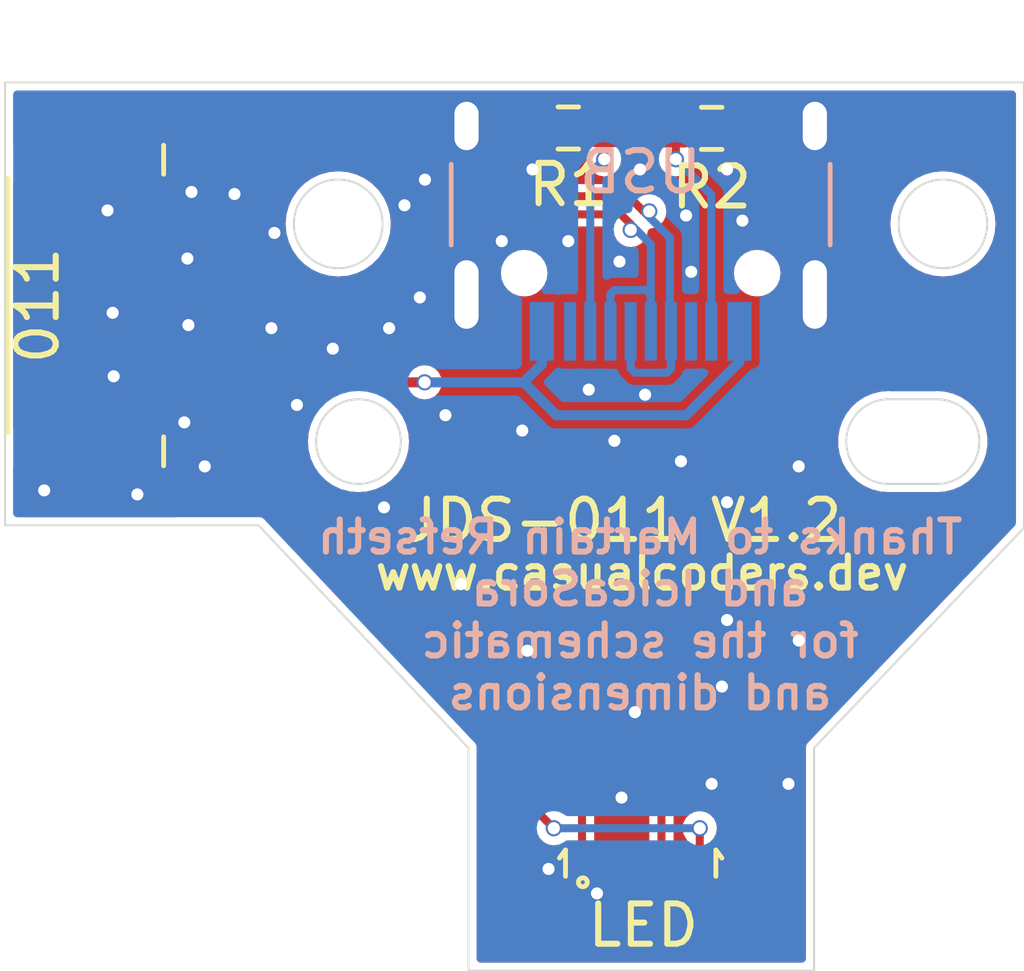
<source format=kicad_pcb>
(kicad_pcb (version 20211014) (generator pcbnew)
  (layers (0 "F.Cu" signal) (31 "B.Cu" signal) (34 "B.Paste" user) (35 "F.Paste" user) (36 "B.SilkS" user "B.Silkscreen") (37 "F.SilkS" user "F.Silkscreen") (38 "B.Mask" user) (39 "F.Mask" user) (44 "Edge.Cuts" user))
  (net 0 "")
  (net 1 "GND")
  (net 2 "Net-(J1-PadB5)")
  (net 3 "Net-(J1-PadA8)")
  (net 4 "Net-(J1-PadA5)")
  (net 5 "Net-(J1-PadB8)")
  (net 6 "/d-")
  (net 7 "/d+")
  (net 8 "VCC")
  (net 9 "/B")
  (net 10 "/R")
  (net 11 "/G")
  (net 12 "/Annode")
  (footprint "Resistor_SMD:R_0603_1608Metric_Pad0.98x0.95mm_HandSolder" (layer "F.Cu") (at 121.666 54.48 180)
    (fp_text reference "R2" (at 0 -1.4591) (layer "F.SilkS"))
    (fp_text value "5.1k")
    (fp_line (start -0.254724 0.5225) (end 0.254724 0.5225) (layer "F.SilkS") (width 0.12))
    (fp_line (start -0.254724 -0.5225) (end 0.254724 -0.5225) (layer "F.SilkS") (width 0.12))
    (pad "1" smd roundrect locked (at -0.9125 0 180) (size 0.975 0.95) (layers "F.Cu" "F.Paste" "F.Mask") (net 1 "GND"))
    (pad "2" smd roundrect locked (at 0.9125 0 180) (size 0.975 0.95) (layers "F.Cu" "F.Paste" "F.Mask") (net 2 "Net-(J1-PadB5)"))
  )
  (footprint "Resistor_SMD:R_0603_1608Metric_Pad0.98x0.95mm_HandSolder" (layer "F.Cu") (at 118.11 54.4709)
    (fp_text reference "R1" (at 0 1.4091) (layer "F.SilkS"))
    (fp_text value "5.1k")
    (fp_line (start -0.254724 -0.5225) (end 0.254724 -0.5225) (layer "F.SilkS") (width 0.12))
    (fp_line (start -0.254724 0.5225) (end 0.254724 0.5225) (layer "F.SilkS") (width 0.12))
    (pad "1" smd roundrect locked (at -0.9125 0) (size 0.975 0.95) (layers "F.Cu" "F.Paste" "F.Mask") (net 1 "GND"))
    (pad "2" smd roundrect locked (at 0.9125 0) (size 0.975 0.95) (layers "F.Cu" "F.Paste" "F.Mask") (net 4 "Net-(J1-PadA5)"))
  )
  (footprint "Molex 5034801200:503480-1200" (layer "F.Cu") (at 106.1418 58.874599 -90)
    (fp_text reference "011" (at 0 1.2017 -90) (layer "F.SilkS"))
    (fp_text value "Conn_01x12" hide)
    (fp_line (start -3.257345 -1.9304) (end -3.9751 -1.9304) (layer "F.SilkS") (width 0.12))
    (fp_line (start 3.9751 -1.9304) (end 3.257345 -1.9304) (layer "F.SilkS") (width 0.12))
    (fp_line (start -3.1585 1.9304) (end 3.1585 1.9304) (layer "F.SilkS") (width 0.12))
    (pad "1" smd rect locked (at -2.75 -1.5034 270) (size 0.3556 0.762) (layers "F.Cu" "F.Paste" "F.Mask") (net 1 "GND"))
    (pad "2" smd rect locked (at -2.250001 -1.5034 270) (size 0.3556 0.762) (layers "F.Cu" "F.Paste" "F.Mask") (net 7 "/d+"))
    (pad "3" smd rect locked (at -1.749999 -1.5034 270) (size 0.3556 0.762) (layers "F.Cu" "F.Paste" "F.Mask") (net 6 "/d-"))
    (pad "4" smd rect locked (at -1.25 -1.5034 270) (size 0.3556 0.762) (layers "F.Cu" "F.Paste" "F.Mask") (net 1 "GND"))
    (pad "5" smd rect locked (at -0.750001 -1.5034 270) (size 0.3556 0.762) (layers "F.Cu" "F.Paste" "F.Mask") (net 8 "VCC"))
    (pad "6" smd rect locked (at -0.25 -1.5034 270) (size 0.3556 0.762) (layers "F.Cu" "F.Paste" "F.Mask") (net 8 "VCC"))
    (pad "7" smd rect locked (at 0.25 -1.5034 270) (size 0.3556 0.762) (layers "F.Cu" "F.Paste" "F.Mask") (net 1 "GND"))
    (pad "8" smd rect locked (at 0.750001 -1.5034 270) (size 0.3556 0.762) (layers "F.Cu" "F.Paste" "F.Mask") (net 12 "/Annode"))
    (pad "9" smd rect locked (at 1.25 -1.5034 270) (size 0.3556 0.762) (layers "F.Cu" "F.Paste" "F.Mask") (net 11 "/G"))
    (pad "10" smd rect locked (at 1.749999 -1.5034 270) (size 0.3556 0.762) (layers "F.Cu" "F.Paste" "F.Mask") (net 10 "/R"))
    (pad "11" smd rect locked (at 2.250001 -1.5034 270) (size 0.3556 0.762) (layers "F.Cu" "F.Paste" "F.Mask") (net 9 "/B"))
    (pad "12" smd rect locked (at 2.75 -1.5034 270) (size 0.3556 0.762) (layers "F.Cu" "F.Paste" "F.Mask") (net 1 "GND"))
    (pad "13" smd rect locked (at -3.540001 1.1466 270) (size 0.3556 1.0414) (layers "F.Cu" "F.Paste" "F.Mask"))
    (pad "14" smd rect locked (at 3.540001 1.1466 270) (size 0.3556 1.0414) (layers "F.Cu" "F.Paste" "F.Mask"))
  )
  (footprint "New_LED:FM-3510RGBA-SG" (layer "F.Cu") (at 119.97 72.83)
    (fp_text reference "LED" (at 0 1.42) (layer "F.SilkS"))
    (fp_text value "LED_RAGB")
    (fp_line (start 1.8 -0.45) (end 1.95 -0.25) (layer "F.SilkS") (width 0.12))
    (fp_line (start 1.8 0.2) (end 1.8 -0.45) (layer "F.SilkS") (width 0.12))
    (fp_line (start -1.93 0.2) (end -1.93 -0.45) (layer "F.SilkS") (width 0.12))
    (fp_line (start -1.93 -0.45) (end -2.08 -0.25) (layer "F.SilkS") (width 0.12))
    (fp_circle (center -1.5 0.35) (end -1.45 0.35) (layer "F.SilkS") (width 0.12) (fill none))
    (pad "1" smd rect locked (at -1.52 -0.085) (size 0.6 0.5) (layers "F.Cu" "F.Paste" "F.Mask") (net 10 "/R"))
    (pad "2" smd rect locked (at -0.45 0.04) (size 0.44 0.75) (layers "F.Cu" "F.Paste" "F.Mask") (net 12 "/Annode"))
    (pad "3" smd rect locked (at 0.45 0.04) (size 0.44 0.75) (layers "F.Cu" "F.Paste" "F.Mask") (net 11 "/G"))
    (pad "4" smd rect locked (at 1.4 -0.085) (size 0.6 0.5) (layers "F.Cu" "F.Paste" "F.Mask") (net 9 "/B"))
  )
  (footprint "Connector_USB:USB_C_Receptacle_HRO_TYPE-C-31-M-12" (layer "B.Cu") (at 119.9049 55.4709)
    (fp_text reference "USB" (at -0.0042 0.0916) (layer "B.SilkS") (effects (justify mirror)))
    (fp_text value "USB_C_Receptacle_USB2.0" hide)
    (fp_line (start 4.7 1.9) (end 4.7 -0.1) (layer "B.SilkS") (width 0.12))
    (fp_line (start -4.7 1.9) (end -4.7 -0.1) (layer "B.SilkS") (width 0.12))
    (pad "" np_thru_hole circle locked (at -2.89 2.6) (size 0.65 0.65) (drill 0.65) (layers *.Cu *.Mask))
    (pad "" np_thru_hole circle locked (at 2.89 2.6) (size 0.65 0.65) (drill 0.65) (layers *.Cu *.Mask))
    (pad "A1" smd rect locked (at -3.25 4.045) (size 0.6 1.45) (layers "B.Cu" "B.Paste" "B.Mask") (net 1 "GND"))
    (pad "A4" smd rect locked (at -2.45 4.045) (size 0.6 1.45) (layers "B.Cu" "B.Paste" "B.Mask") (net 8 "VCC"))
    (pad "A5" smd rect locked (at -1.25 4.045) (size 0.3 1.45) (layers "B.Cu" "B.Paste" "B.Mask") (net 4 "Net-(J1-PadA5)"))
    (pad "A6" smd rect locked (at -0.25 4.045) (size 0.3 1.45) (layers "B.Cu" "B.Paste" "B.Mask") (net 7 "/d+"))
    (pad "A7" smd rect locked (at 0.25 4.045) (size 0.3 1.45) (layers "B.Cu" "B.Paste" "B.Mask") (net 6 "/d-"))
    (pad "A8" smd rect locked (at 1.25 4.045) (size 0.3 1.45) (layers "B.Cu" "B.Paste" "B.Mask") (net 3 "Net-(J1-PadA8)"))
    (pad "A9" smd rect locked (at 2.45 4.045) (size 0.6 1.45) (layers "B.Cu" "B.Paste" "B.Mask") (net 8 "VCC"))
    (pad "A12" smd rect locked (at 3.25 4.045) (size 0.6 1.45) (layers "B.Cu" "B.Paste" "B.Mask") (net 1 "GND"))
    (pad "B1" smd rect locked (at 3.25 4.045) (size 0.6 1.45) (layers "B.Cu" "B.Paste" "B.Mask") (net 1 "GND"))
    (pad "B4" smd rect locked (at 2.45 4.045) (size 0.6 1.45) (layers "B.Cu" "B.Paste" "B.Mask") (net 8 "VCC"))
    (pad "B5" smd rect locked (at 1.75 4.045) (size 0.3 1.45) (layers "B.Cu" "B.Paste" "B.Mask") (net 2 "Net-(J1-PadB5)"))
    (pad "B6" smd rect locked (at 0.75 4.045) (size 0.3 1.45) (layers "B.Cu" "B.Paste" "B.Mask") (net 7 "/d+"))
    (pad "B7" smd rect locked (at -0.75 4.045) (size 0.3 1.45) (layers "B.Cu" "B.Paste" "B.Mask") (net 6 "/d-"))
    (pad "B8" smd rect locked (at -1.75 4.045) (size 0.3 1.45) (layers "B.Cu" "B.Paste" "B.Mask") (net 5 "Net-(J1-PadB8)"))
    (pad "B9" smd rect locked (at -2.45 4.045) (size 0.6 1.45) (layers "B.Cu" "B.Paste" "B.Mask") (net 8 "VCC"))
    (pad "B12" smd rect locked (at -3.25 4.045) (size 0.6 1.45) (layers "B.Cu" "B.Paste" "B.Mask") (net 1 "GND"))
    (pad "S1" thru_hole oval locked (at -4.32 3.13) (size 1 2.1) (drill oval 0.6 1.7) (layers *.Cu *.Mask) (net 1 "GND"))
    (pad "S1" thru_hole oval locked (at 4.32 -1.05) (size 1 1.6) (drill oval 0.6 1.2) (layers *.Cu *.Mask) (net 1 "GND"))
    (pad "S1" thru_hole oval locked (at -4.32 -1.05) (size 1 1.6) (drill oval 0.6 1.2) (layers *.Cu *.Mask) (net 1 "GND"))
    (pad "S1" thru_hole oval locked (at 4.32 3.13) (size 1 2.1) (drill oval 0.6 1.7) (layers *.Cu *.Mask) (net 1 "GND"))
  )
  (gr_line (start 129.413 64.389) (end 129.413 53.34) (layer "Edge.Cuts") (width 0.05))
  (gr_line (start 104.14 64.3255) (end 110.4265 64.3255) (layer "Edge.Cuts") (width 0.05))
  (gr_line (start 115.6335 75.3745) (end 124.206 75.3745) (layer "Edge.Cuts") (width 0.05))
  (gr_line (start 115.6335 69.85) (end 110.4265 64.3255) (layer "Edge.Cuts") (width 0.05))
  (gr_circle (center 112.9049 62.24922) (end 111.8549 62.24922) (layer "Edge.Cuts") (width 0.05) (fill none))
  (gr_line (start 104.14 53.34) (end 104.14 64.3255) (layer "Edge.Cuts") (width 0.05))
  (gr_arc (start 127.2549 61.19922) (mid 128.3049 62.24922) (end 127.2549 63.29922) (layer "Edge.Cuts") (width 0.05))
  (gr_circle (center 112.40212 56.84922) (end 111.30212 56.84922) (layer "Edge.Cuts") (width 0.05) (fill none))
  (gr_circle (center 127.40212 56.84922) (end 126.30212 56.84922) (layer "Edge.Cuts") (width 0.05) (fill none))
  (gr_line (start 126.0549 61.19922) (end 127.2549 61.19922) (layer "Edge.Cuts") (width 0.05))
  (gr_line (start 127.2549 63.29922) (end 126.0549 63.29922) (layer "Edge.Cuts") (width 0.05))
  (gr_line (start 115.6335 75.3745) (end 115.6335 69.85) (layer "Edge.Cuts") (width 0.05))
  (gr_line (start 124.206 69.84962) (end 129.413 64.389) (layer "Edge.Cuts") (width 0.05))
  (gr_line (start 124.206 75.3745) (end 124.206 69.84962) (layer "Edge.Cuts") (width 0.05))
  (gr_line (start 129.413 53.34) (end 104.14 53.34) (layer "Edge.Cuts") (width 0.05))
  (gr_arc (start 126.0549 63.29922) (mid 125.0049 62.24922) (end 126.0549 61.19922) (layer "Edge.Cuts") (width 0.05))
  (gr_text "Thanks to Martain Refseth\nand IcicaSora\nfor the schematic\nand dimensions" (at 119.888 66.548) (layer "B.SilkS") (effects (font (size 0.8 0.8)) (justify mirror)))
  (gr_text "www.casualcoders.dev" (at 119.9388 65.51) (layer "F.SilkS") (effects (font (size 0.8 0.8))))
  (gr_text "JDS-011 V1.2" (at 119.48 64.21) (layer "F.SilkS") (effects (font (size 1 1))))
  (via (at 119.761 68.961) (size 0.4) (drill 0.3) (layers "F.Cu" "B.Cu") (net 1))
  (via (at 106.68 56.515) (size 0.4) (drill 0.3) (layers "F.Cu" "B.Cu") (net 1))
  (via (at 122.047 63.754) (size 0.4) (drill 0.3) (layers "F.Cu" "B.Cu") (net 1))
  (via (at 113.538 63.881) (size 0.4) (drill 0.3) (layers "F.Cu" "B.Cu") (net 1))
  (via (at 107.42 63.56) (size 0.4) (drill 0.3) (layers "F.Cu" "B.Cu") (net 1))
  (via (at 120.015 61.087) (size 0.4) (drill 0.3) (layers "F.Cu" "B.Cu") (net 1))
  (via (at 112.268 59.944) (size 0.4) (drill 0.3) (layers "F.Cu" "B.Cu") (net 1))
  (via (at 114.046 56.388) (size 0.4) (drill 0.3) (layers "F.Cu" "B.Cu") (net 1))
  (via (at 122.047 66.675) (size 0.4) (drill 0.3) (layers "F.Cu" "B.Cu") (net 1))
  (via (at 114.427 58.674) (size 0.4) (drill 0.3) (layers "F.Cu" "B.Cu") (net 1))
  (via (at 114.554 55.753) (size 0.4) (drill 0.3) (layers "F.Cu" "B.Cu") (net 1))
  (via (at 118.8212 73.4568) (size 0.4) (drill 0.3) (layers "F.Cu" "B.Cu") (net 1))
  (via (at 120.904 62.738) (size 0.4) (drill 0.3) (layers "F.Cu" "B.Cu") (net 1))
  (via (at 113.665 59.436) (size 0.4) (drill 0.3) (layers "F.Cu" "B.Cu") (net 1))
  (via (at 116.459 57.277) (size 0.4) (drill 0.3) (layers "F.Cu" "B.Cu") (net 1))
  (via (at 117.094 67.437) (size 0.4) (drill 0.3) (layers "F.Cu" "B.Cu") (net 1))
  (via (at 111.379 61.341) (size 0.4) (drill 0.3) (layers "F.Cu" "B.Cu") (net 1))
  (via (at 108.585 61.7728) (size 0.4) (drill 0.3) (layers "F.Cu" "B.Cu") (net 1))
  (via (at 121.031 56.642) (size 0.4) (drill 0.3) (layers "F.Cu" "B.Cu") (net 1))
  (via (at 123.825 67.183) (size 0.4) (drill 0.3) (layers "F.Cu" "B.Cu") (net 1))
  (via (at 121.92 68.326) (size 0.4) (drill 0.3) (layers "F.Cu" "B.Cu") (net 1))
  (via (at 119.38 57.785) (size 0.4) (drill 0.3) (layers "F.Cu" "B.Cu") (net 1))
  (via (at 108.7628 56.0578) (size 0.4) (drill 0.3) (layers "F.Cu" "B.Cu") (net 1))
  (via (at 110.744 59.436) (size 0.4) (drill 0.3) (layers "F.Cu" "B.Cu") (net 1))
  (via (at 118.11 57.277) (size 0.4) (drill 0.3) (layers "F.Cu" "B.Cu") (net 1))
  (via (at 118.618 60.96) (size 0.4) (drill 0.3) (layers "F.Cu" "B.Cu") (net 1))
  (via (at 123.571 70.739) (size 0.4) (drill 0.3) (layers "F.Cu" "B.Cu") (net 1))
  (via (at 119.43 71.08) (size 0.4) (drill 0.3) (layers "F.Cu" "B.Cu") (net 1))
  (via (at 109.093 62.865) (size 0.4) (drill 0.3) (layers "F.Cu" "B.Cu") (net 1))
  (via (at 121.158 58.039) (size 0.4) (drill 0.3) (layers "F.Cu" "B.Cu") (net 1))
  (via (at 115.443 65.786) (size 0.4) (drill 0.3) (layers "F.Cu" "B.Cu") (net 1))
  (via (at 105.11 63.46) (size 0.4) (drill 0.3) (layers "F.Cu" "B.Cu") (net 1))
  (via (at 119.888 55.499) (size 0.4) (drill 0.3) (layers "F.Cu" "B.Cu") (net 1))
  (via (at 106.8324 60.6298) (size 0.4) (drill 0.3) (layers "F.Cu" "B.Cu") (net 1))
  (via (at 122.428 56.769) (size 0.4) (drill 0.3) (layers "F.Cu" "B.Cu") (net 1))
  (via (at 115.062 61.595) (size 0.4) (drill 0.3) (layers "F.Cu" "B.Cu") (net 1))
  (via (at 106.807 59.055) (size 0.4) (drill 0.3) (layers "F.Cu" "B.Cu") (net 1))
  (via (at 108.6866 59.3598) (size 0.4) (drill 0.3) (layers "F.Cu" "B.Cu") (net 1))
  (via (at 109.8296 56.1086) (size 0.4) (drill 0.3) (layers "F.Cu" "B.Cu") (net 1))
  (via (at 122.047 55.499) (size 0.4) (drill 0.3) (layers "F.Cu" "B.Cu") (net 1))
  (via (at 117.221 55.499) (size 0.4) (drill 0.3) (layers "F.Cu" "B.Cu") (net 1))
  (via (at 108.6612 57.7088) (size 0.4) (drill 0.3) (layers "F.Cu" "B.Cu") (net 1))
  (via (at 121.666 70.739) (size 0.4) (drill 0.3) (layers "F.Cu" "B.Cu") (net 1))
  (via (at 110.8202 57.0738) (size 0.4) (drill 0.3) (layers "F.Cu" "B.Cu") (net 1))
  (via (at 119.253 62.23) (size 0.4) (drill 0.3) (layers "F.Cu" "B.Cu") (net 1))
  (via (at 123.825 62.865) (size 0.4) (drill 0.3) (layers "F.Cu" "B.Cu") (net 1))
  (via (at 116.967 61.976) (size 0.4) (drill 0.3) (layers "F.Cu" "B.Cu") (net 1))
  (via (at 117.62 72.85) (size 0.4) (drill 0.3) (layers "F.Cu" "B.Cu") (net 1))
  (segment (start 120.777 55.245) (end 120.777 54.4444) (width 0.2) (layer "F.Cu") (net 2))
  (segment (start 120.777 54.4444) (end 120.7535 54.4209) (width 0.2) (layer "F.Cu") (net 2))
  (segment (start 121.0049 54.4334) (end 120.9924 54.4209) (width 0.25) (layer "F.Cu") (net 2))
  (via (at 120.777 55.245) (size 0.4) (drill 0.3) (layers "F.Cu" "B.Cu") (net 2))
  (segment (start 121.6549 56.1229) (end 120.777 55.245) (width 0.2) (layer "B.Cu") (net 2))
  (segment (start 121.6549 59.5159) (end 121.6549 56.1229) (width 0.2) (layer "B.Cu") (net 2))
  (segment (start 118.999 55.245) (end 118.999 54.4944) (width 0.2) (layer "F.Cu") (net 4))
  (segment (start 118.7549 54.5209) (end 118.8049 54.4709) (width 0.25) (layer "F.Cu") (net 4))
  (segment (start 118.999 54.4944) (end 119.0225 54.4709) (width 0.2) (layer "F.Cu") (net 4))
  (via (at 118.999 55.245) (size 0.4) (drill 0.3) (layers "F.Cu" "B.Cu") (net 4))
  (segment (start 118.6549 55.5891) (end 118.999 55.245) (width 0.2) (layer "B.Cu") (net 4))
  (segment (start 118.6549 59.5159) (end 118.6549 55.5891) (width 0.2) (layer "B.Cu") (net 4))
  (segment (start 111.201002 59.153) (end 109.147601 57.099599) (width 0.2) (layer "F.Cu") (net 6))
  (segment (start 115.4092 56.613) (end 112.8692 59.153) (width 0.2) (layer "F.Cu") (net 6))
  (segment (start 119.65819 56.99881) (end 119.65819 56.857389) (width 0.2) (layer "F.Cu") (net 6))
  (segment (start 119.65819 56.857389) (end 119.413801 56.613) (width 0.2) (layer "F.Cu") (net 6))
  (segment (start 119.413801 56.613) (end 115.4092 56.613) (width 0.2) (layer "F.Cu") (net 6))
  (segment (start 108.216701 57.1246) (end 107.6452 57.1246) (width 0.2) (layer "F.Cu") (net 6))
  (segment (start 112.8692 59.153) (end 111.201002 59.153) (width 0.2) (layer "F.Cu") (net 6))
  (segment (start 108.241702 57.099599) (end 108.216701 57.1246) (width 0.2) (layer "F.Cu") (net 6))
  (segment (start 109.147601 57.099599) (end 108.241702 57.099599) (width 0.2) (layer "F.Cu") (net 6))
  (via (at 119.65819 56.99881) (size 0.4) (drill 0.3) (layers "F.Cu" "B.Cu") (net 6))
  (segment (start 119.1549 58.5909) (end 119.254901 58.490899) (width 0.2) (layer "B.Cu") (net 6))
  (segment (start 120.1549 58.600898) (end 120.1549 59.5159) (width 0.2) (layer "B.Cu") (net 6))
  (segment (start 120.044901 58.490899) (end 120.1549 58.600898) (width 0.2) (layer "B.Cu") (net 6))
  (segment (start 119.799611 56.99881) (end 120.0464 57.2456) (width 0.2) (layer "B.Cu") (net 6))
  (segment (start 119.65819 56.99881) (end 119.799611 56.99881) (width 0.2) (layer "B.Cu") (net 6))
  (segment (start 120.1549 59.5159) (end 120.1549 57.3541) (width 0.2) (layer "B.Cu") (net 6))
  (segment (start 119.254901 58.490899) (end 120.044901 58.490899) (width 0.2) (layer "B.Cu") (net 6))
  (segment (start 120.1549 57.3541) (end 120.0464 57.2456) (width 0.2) (layer "B.Cu") (net 6))
  (segment (start 119.1549 59.5159) (end 119.1549 58.5909) (width 0.2) (layer "B.Cu") (net 6))
  (segment (start 109.481599 56.649599) (end 108.241702 56.649599) (width 0.2) (layer "F.Cu") (net 7))
  (segment (start 111.535 58.703) (end 109.481599 56.649599) (width 0.2) (layer "F.Cu") (net 7))
  (segment (start 112.6828 58.703) (end 111.535 58.703) (width 0.2) (layer "F.Cu") (net 7))
  (segment (start 119.976389 56.53919) (end 119.600199 56.163) (width 0.2) (layer "F.Cu") (net 7))
  (segment (start 108.216701 56.624598) (end 107.6452 56.624598) (width 0.2) (layer "F.Cu") (net 7))
  (segment (start 120.11781 56.53919) (end 119.976389 56.53919) (width 0.2) (layer "F.Cu") (net 7))
  (segment (start 108.241702 56.649599) (end 108.216701 56.624598) (width 0.2) (layer "F.Cu") (net 7))
  (segment (start 119.600199 56.163) (end 115.2228 56.163) (width 0.2) (layer "F.Cu") (net 7))
  (segment (start 115.2228 56.163) (end 112.6828 58.703) (width 0.2) (layer "F.Cu") (net 7))
  (via (at 120.11781 56.53919) (size 0.4) (drill 0.3) (layers "F.Cu" "B.Cu") (net 7))
  (segment (start 120.6299 59.4909) (end 120.6549 59.5159) (width 0.2) (layer "B.Cu") (net 7))
  (segment (start 120.11781 56.680611) (end 120.6299 57.192701) (width 0.2) (layer "B.Cu") (net 7))
  (segment (start 120.6299 57.192701) (end 120.6299 59.4909) (width 0.2) (layer "B.Cu") (net 7))
  (segment (start 120.11781 56.53919) (end 120.11781 56.680611) (width 0.2) (layer "B.Cu") (net 7))
  (segment (start 119.6549 60.430902) (end 119.6549 59.5159) (width 0.2) (layer "B.Cu") (net 7))
  (segment (start 120.6549 60.4409) (end 120.554899 60.540901) (width 0.2) (layer "B.Cu") (net 7))
  (segment (start 120.554899 60.540901) (end 119.764899 60.540901) (width 0.2) (layer "B.Cu") (net 7))
  (segment (start 119.764899 60.540901) (end 119.6549 60.430902) (width 0.2) (layer "B.Cu") (net 7))
  (segment (start 120.6549 59.5159) (end 120.6549 60.4409) (width 0.2) (layer "B.Cu") (net 7))
  (segment (start 107.6452 58.624599) (end 107.648899 58.6209) (width 0.2) (layer "F.Cu") (net 8))
  (segment (start 109.6393 59.1187) (end 108.8898 58.3692) (width 0.25) (layer "F.Cu") (net 8))
  (segment (start 108.8898 58.3692) (end 107.6452 58.3692) (width 0.25) (layer "F.Cu") (net 8))
  (segment (start 109.6393 59.120901) (end 111.298031 60.779632) (width 0.25) (layer "F.Cu") (net 8))
  (segment (start 111.298031 60.779632) (end 114.546168 60.779632) (width 0.25) (layer "F.Cu") (net 8))
  (segment (start 109.6393 59.120901) (end 109.6393 59.1187) (width 0.25) (layer "F.Cu") (net 8))
  (via (at 114.546168 60.779632) (size 0.4) (drill 0.3) (layers "F.Cu" "B.Cu") (net 8))
  (segment (start 117.4549 60.325902) (end 117.4549 59.5159) (width 0.25) (layer "B.Cu") (net 8))
  (segment (start 121.034901 61.595901) (end 117.817439 61.595901) (width 0.25) (layer "B.Cu") (net 8))
  (segment (start 114.546168 60.779632) (end 117.00117 60.779632) (width 0.25) (layer "B.Cu") (net 8))
  (segment (start 117.00117 60.779632) (end 117.4549 60.325902) (width 0.25) (layer "B.Cu") (net 8))
  (segment (start 117.817439 61.595901) (end 117.00117 60.779632) (width 0.25) (layer "B.Cu") (net 8))
  (segment (start 122.3549 60.275902) (end 121.034901 61.595901) (width 0.25) (layer "B.Cu") (net 8))
  (segment (start 122.3549 59.5159) (end 122.3549 60.275902) (width 0.25) (layer "B.Cu") (net 8))
  (segment (start 117.354908 71.444908) (end 117.75 71.84) (width 0.2) (layer "F.Cu") (net 9))
  (segment (start 110.236 62.958502) (end 117.354908 70.07741) (width 0.2) (layer "F.Cu") (net 9))
  (segment (start 121.37 71.84) (end 121.37 72.745) (width 0.2) (layer "F.Cu") (net 9))
  (segment (start 117.354908 70.07741) (end 117.354908 71.444908) (width 0.2) (layer "F.Cu") (net 9))
  (segment (start 110.236 62.259798) (end 110.236 62.958502) (width 0.2) (layer "F.Cu") (net 9))
  (segment (start 107.6452 61.1246) (end 109.100802 61.1246) (width 0.2) (layer "F.Cu") (net 9))
  (segment (start 109.100802 61.1246) (end 110.236 62.259798) (width 0.2) (layer "F.Cu") (net 9))
  (via (at 121.37 71.84) (size 0.4) (drill 0.3) (layers "F.Cu" "B.Cu") (net 9))
  (via (at 117.75 71.84) (size 0.4) (drill 0.3) (layers "F.Cu" "B.Cu") (net 9))
  (segment (start 117.75 71.84) (end 121.37 71.84) (width 0.2) (layer "B.Cu") (net 9))
  (segment (start 109.166499 60.624598) (end 110.63601 62.09411) (width 0.2) (layer "F.Cu") (net 10))
  (segment (start 107.639998 60.6298) (end 107.6452 60.624598) (width 0.2) (layer "F.Cu") (net 10))
  (segment (start 107.645199 60.624599) (end 107.6452 60.624598) (width 0.2) (layer "F.Cu") (net 10))
  (segment (start 110.63601 62.09411) (end 110.63601 62.792814) (width 0.2) (layer "F.Cu") (net 10))
  (segment (start 107.6452 60.624598) (end 109.166499 60.624598) (width 0.2) (layer "F.Cu") (net 10))
  (segment (start 110.63601 62.792814) (end 118.45 70.606804) (width 0.2) (layer "F.Cu") (net 10))
  (segment (start 118.45 70.606804) (end 118.45 72.745) (width 0.2) (layer "F.Cu") (net 10))
  (segment (start 118.50088 68.79598) (end 117.204874 68.79598) (width 0.2) (layer "F.Cu") (net 11))
  (segment (start 120.42 72.87) (end 120.42 70.7151) (width 0.2) (layer "F.Cu") (net 11))
  (segment (start 111.03602 61.790578) (end 109.471421 60.225979) (width 0.2) (layer "F.Cu") (net 11))
  (segment (start 109.370041 60.124599) (end 109.471421 60.225979) (width 0.2) (layer "F.Cu") (net 11))
  (segment (start 120.42 70.7151) (end 118.50088 68.79598) (width 0.2) (layer "F.Cu") (net 11))
  (segment (start 111.03602 62.627126) (end 111.03602 61.790578) (width 0.2) (layer "F.Cu") (net 11))
  (segment (start 107.6452 60.124599) (end 109.370041 60.124599) (width 0.2) (layer "F.Cu") (net 11))
  (segment (start 117.204874 68.79598) (end 111.03602 62.627126) (width 0.2) (layer "F.Cu") (net 11))
  (segment (start 107.6452 59.6246) (end 106.7454 59.6246) (width 0.2) (layer "F.Cu") (net 12))
  (segment (start 106.7454 59.6246) (end 106.299 60.071) (width 0.2) (layer "F.Cu") (net 12))
  (segment (start 119.52 74.02) (end 119.5 74.04) (width 0.2) (layer "F.Cu") (net 12))
  (segment (start 110.4658 63.754) (end 116.9549 70.2431) (width 0.2) (layer "F.Cu") (net 12))
  (segment (start 106.299 60.071) (end 106.299 61.377201) (width 0.2) (layer "F.Cu") (net 12))
  (segment (start 116.9549 73.4449) (end 117.55 74.04) (width 0.2) (layer "F.Cu") (net 12))
  (segment (start 116.9549 70.2431) (end 116.9549 73.4449) (width 0.2) (layer "F.Cu") (net 12))
  (segment (start 106.299 61.377201) (end 108.675799 63.754) (width 0.2) (layer "F.Cu") (net 12))
  (segment (start 119.52 72.87) (end 119.52 74.02) (width 0.2) (layer "F.Cu") (net 12))
  (segment (start 117.55 74.04) (end 119.5 74.04) (width 0.2) (layer "F.Cu") (net 12))
  (segment (start 107.6489 59.6209) (end 107.6452 59.6246) (width 0.2) (layer "F.Cu") (net 12))
  (segment (start 108.675799 63.754) (end 110.4658 63.754) (width 0.2) (layer "F.Cu") (net 12))
  (zone (net 1) (net_name "GND") (layers F&B.Cu) (connect_pads yes (clearance 0.2)) (min_thickness 0.2) (fill yes (thermal_gap 0.25) (thermal_bridge_width 0.25))
    (polygon (pts (xy 129.413 64.389) (xy 124.206 69.85) (xy 124.206 75.3745) (xy 115.5065 75.3745) (xy 115.5065 69.85) (xy 110.1725 64.3255) (xy 104.013 64.3255) (xy 104.013 53.213) (xy 129.413 53.213)))
  )
)
</source>
